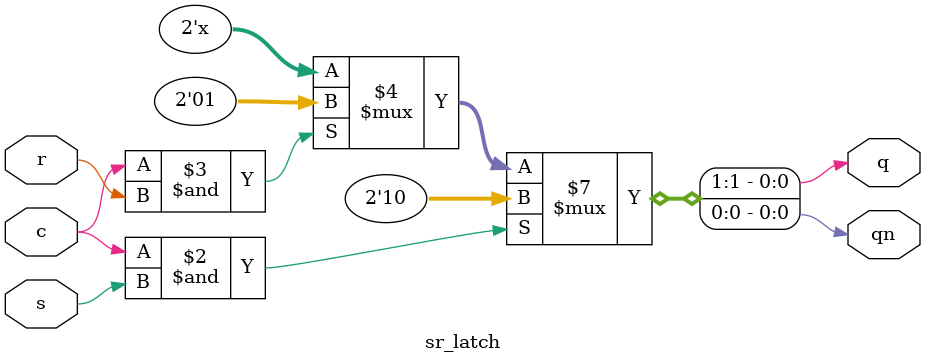
<source format=v>
`timescale 1ns / 1ps
module sr_latch(s,r,c,q,qn);

input s,r,c;
output reg  q,qn;

always @ (s or r or c)
/*if (c&s) {q,qn} <= 2'b10;
else if (c&r) {q,qn} <= 2'b01;
// 1 satýrdan fazla iþ var ise if else if  yada else için.
*/
if(c&s) begin
{q,qn} <= 2'b10;
end
else if (c&r) begin
{q,qn} <= 2'b01;
end

endmodule

</source>
